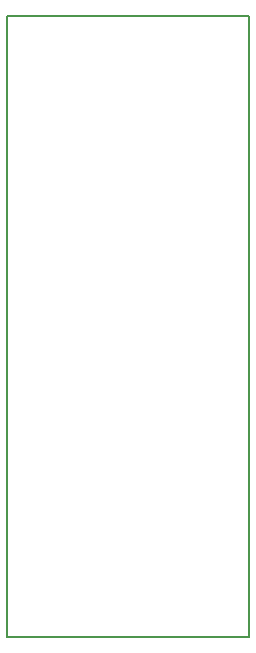
<source format=gbr>
G04 #@! TF.FileFunction,Profile,NP*
%FSLAX46Y46*%
G04 Gerber Fmt 4.6, Leading zero omitted, Abs format (unit mm)*
G04 Created by KiCad (PCBNEW 0.201603131216+6619~43~ubuntu14.04.1-product) date Mon 14 Mar 2016 01:53:15 PM EET*
%MOMM*%
G01*
G04 APERTURE LIST*
%ADD10C,0.100000*%
%ADD11C,0.150000*%
G04 APERTURE END LIST*
D10*
D11*
X110000000Y-25500000D02*
X110000000Y-78000000D01*
X130500000Y-25500000D02*
X110000000Y-25500000D01*
X130500000Y-78000000D02*
X130500000Y-25500000D01*
X110000000Y-78000000D02*
X130500000Y-78000000D01*
M02*

</source>
